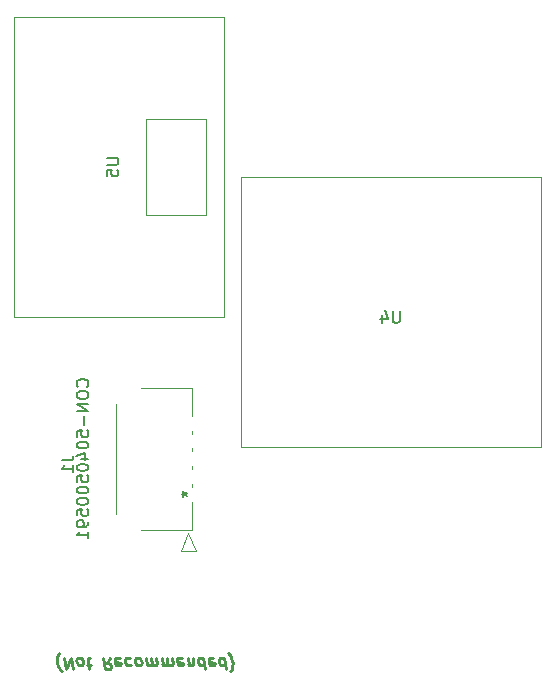
<source format=gbr>
%TF.GenerationSoftware,KiCad,Pcbnew,(5.1.10)-1*%
%TF.CreationDate,2022-06-07T20:21:30-07:00*%
%TF.ProjectId,solar-panel-side-Z,736f6c61-722d-4706-916e-656c2d736964,1.1*%
%TF.SameCoordinates,Original*%
%TF.FileFunction,Legend,Bot*%
%TF.FilePolarity,Positive*%
%FSLAX46Y46*%
G04 Gerber Fmt 4.6, Leading zero omitted, Abs format (unit mm)*
G04 Created by KiCad (PCBNEW (5.1.10)-1) date 2022-06-07 20:21:30*
%MOMM*%
%LPD*%
G01*
G04 APERTURE LIST*
%ADD10C,0.250000*%
%ADD11C,0.120000*%
%ADD12C,0.150000*%
G04 APERTURE END LIST*
D10*
X122951413Y-114416666D02*
X122909747Y-114464285D01*
X122832366Y-114607142D01*
X122796651Y-114702380D01*
X122766889Y-114845238D01*
X122749032Y-115083333D01*
X122772842Y-115273809D01*
X122850223Y-115511904D01*
X122915699Y-115654761D01*
X122975223Y-115750000D01*
X123088318Y-115892857D01*
X123141889Y-115940476D01*
X123379985Y-114797619D02*
X123504985Y-115797619D01*
X123951413Y-114797619D01*
X124076413Y-115797619D01*
X124570461Y-114797619D02*
X124481175Y-114845238D01*
X124439508Y-114892857D01*
X124403794Y-114988095D01*
X124439508Y-115273809D01*
X124499032Y-115369047D01*
X124552604Y-115416666D01*
X124653794Y-115464285D01*
X124796651Y-115464285D01*
X124885937Y-115416666D01*
X124927604Y-115369047D01*
X124963318Y-115273809D01*
X124927604Y-114988095D01*
X124868080Y-114892857D01*
X124814508Y-114845238D01*
X124713318Y-114797619D01*
X124570461Y-114797619D01*
X125272842Y-115464285D02*
X125653794Y-115464285D01*
X125457366Y-115797619D02*
X125350223Y-114940476D01*
X125385937Y-114845238D01*
X125475223Y-114797619D01*
X125570461Y-114797619D01*
X127237127Y-114797619D02*
X126963318Y-115273809D01*
X126665699Y-114797619D02*
X126790699Y-115797619D01*
X127171651Y-115797619D01*
X127260937Y-115750000D01*
X127302604Y-115702380D01*
X127338318Y-115607142D01*
X127320461Y-115464285D01*
X127260937Y-115369047D01*
X127207366Y-115321428D01*
X127106175Y-115273809D01*
X126725223Y-115273809D01*
X128052604Y-114845238D02*
X127951413Y-114797619D01*
X127760937Y-114797619D01*
X127671651Y-114845238D01*
X127635937Y-114940476D01*
X127683556Y-115321428D01*
X127743080Y-115416666D01*
X127844270Y-115464285D01*
X128034747Y-115464285D01*
X128124032Y-115416666D01*
X128159747Y-115321428D01*
X128147842Y-115226190D01*
X127659747Y-115130952D01*
X128957366Y-114845238D02*
X128856175Y-114797619D01*
X128665699Y-114797619D01*
X128576413Y-114845238D01*
X128534747Y-114892857D01*
X128499032Y-114988095D01*
X128534747Y-115273809D01*
X128594270Y-115369047D01*
X128647842Y-115416666D01*
X128749032Y-115464285D01*
X128939508Y-115464285D01*
X129028794Y-115416666D01*
X129522842Y-114797619D02*
X129433556Y-114845238D01*
X129391889Y-114892857D01*
X129356175Y-114988095D01*
X129391889Y-115273809D01*
X129451413Y-115369047D01*
X129504985Y-115416666D01*
X129606175Y-115464285D01*
X129749032Y-115464285D01*
X129838318Y-115416666D01*
X129879985Y-115369047D01*
X129915699Y-115273809D01*
X129879985Y-114988095D01*
X129820461Y-114892857D01*
X129766889Y-114845238D01*
X129665699Y-114797619D01*
X129522842Y-114797619D01*
X130284747Y-114797619D02*
X130368080Y-115464285D01*
X130356175Y-115369047D02*
X130409747Y-115416666D01*
X130510937Y-115464285D01*
X130653794Y-115464285D01*
X130743080Y-115416666D01*
X130778794Y-115321428D01*
X130713318Y-114797619D01*
X130778794Y-115321428D02*
X130838318Y-115416666D01*
X130939508Y-115464285D01*
X131082366Y-115464285D01*
X131171651Y-115416666D01*
X131207366Y-115321428D01*
X131141889Y-114797619D01*
X131618080Y-114797619D02*
X131701413Y-115464285D01*
X131689508Y-115369047D02*
X131743080Y-115416666D01*
X131844270Y-115464285D01*
X131987127Y-115464285D01*
X132076413Y-115416666D01*
X132112127Y-115321428D01*
X132046651Y-114797619D01*
X132112127Y-115321428D02*
X132171651Y-115416666D01*
X132272842Y-115464285D01*
X132415699Y-115464285D01*
X132504985Y-115416666D01*
X132540699Y-115321428D01*
X132475223Y-114797619D01*
X133338318Y-114845238D02*
X133237127Y-114797619D01*
X133046651Y-114797619D01*
X132957366Y-114845238D01*
X132921651Y-114940476D01*
X132969270Y-115321428D01*
X133028794Y-115416666D01*
X133129985Y-115464285D01*
X133320461Y-115464285D01*
X133409747Y-115416666D01*
X133445461Y-115321428D01*
X133433556Y-115226190D01*
X132945461Y-115130952D01*
X133891889Y-115464285D02*
X133808556Y-114797619D01*
X133879985Y-115369047D02*
X133933556Y-115416666D01*
X134034747Y-115464285D01*
X134177604Y-115464285D01*
X134266889Y-115416666D01*
X134302604Y-115321428D01*
X134237127Y-114797619D01*
X135141889Y-114797619D02*
X135266889Y-115797619D01*
X135147842Y-114845238D02*
X135046651Y-114797619D01*
X134856175Y-114797619D01*
X134766889Y-114845238D01*
X134725223Y-114892857D01*
X134689508Y-114988095D01*
X134725223Y-115273809D01*
X134784747Y-115369047D01*
X134838318Y-115416666D01*
X134939508Y-115464285D01*
X135129985Y-115464285D01*
X135219270Y-115416666D01*
X136004985Y-114845238D02*
X135903794Y-114797619D01*
X135713318Y-114797619D01*
X135624032Y-114845238D01*
X135588318Y-114940476D01*
X135635937Y-115321428D01*
X135695461Y-115416666D01*
X135796651Y-115464285D01*
X135987127Y-115464285D01*
X136076413Y-115416666D01*
X136112127Y-115321428D01*
X136100223Y-115226190D01*
X135612127Y-115130952D01*
X136903794Y-114797619D02*
X137028794Y-115797619D01*
X136909747Y-114845238D02*
X136808556Y-114797619D01*
X136618080Y-114797619D01*
X136528794Y-114845238D01*
X136487127Y-114892857D01*
X136451413Y-114988095D01*
X136487127Y-115273809D01*
X136546651Y-115369047D01*
X136600223Y-115416666D01*
X136701413Y-115464285D01*
X136891889Y-115464285D01*
X136981175Y-115416666D01*
X137237127Y-114416666D02*
X137290699Y-114464285D01*
X137403794Y-114607142D01*
X137463318Y-114702380D01*
X137528794Y-114845238D01*
X137606175Y-115083333D01*
X137629985Y-115273809D01*
X137612127Y-115511904D01*
X137582366Y-115654761D01*
X137546651Y-115750000D01*
X137469270Y-115892857D01*
X137427604Y-115940476D01*
D11*
%TO.C,U4*%
X151000000Y-96930000D02*
X138300000Y-96930000D01*
X138300000Y-88040000D02*
X138300000Y-96930000D01*
X151000000Y-96930000D02*
X163700000Y-96930000D01*
X163700000Y-88040000D02*
X163700000Y-96930000D01*
X138300000Y-96930000D02*
X140078000Y-96930000D01*
X138300000Y-88040000D02*
X138300000Y-85500000D01*
X163700000Y-88040000D02*
X163700000Y-85500000D01*
X138300000Y-82960000D02*
X138300000Y-85500000D01*
X151000000Y-74070000D02*
X138300000Y-74070000D01*
X151000000Y-74070000D02*
X163700000Y-74070000D01*
X163700000Y-74070000D02*
X161922000Y-74070000D01*
X163700000Y-82960000D02*
X163700000Y-85500000D01*
X163700000Y-82960000D02*
X163700000Y-74070000D01*
X138300000Y-82960000D02*
X138300000Y-74070000D01*
%TO.C,J1*%
X133858000Y-104243987D02*
X133223000Y-105767987D01*
X133223000Y-105767987D02*
X134493000Y-105767987D01*
X134493000Y-105767987D02*
X133858000Y-104243987D01*
X129888040Y-91940011D02*
X134198000Y-91940011D01*
X134198000Y-91940011D02*
X134198000Y-94344959D01*
X134198000Y-103989988D02*
X129888040Y-103989988D01*
X127758000Y-102625115D02*
X127758000Y-93304884D01*
X134198000Y-101585040D02*
X134198000Y-103989988D01*
X134198000Y-100085040D02*
X134198000Y-100344960D01*
X134198000Y-98585041D02*
X134198000Y-98844960D01*
X134198000Y-97085039D02*
X134198000Y-97344961D01*
X134198000Y-95585039D02*
X134198000Y-95844959D01*
%TO.C,U5*%
X135366000Y-69186000D02*
X134858000Y-69186000D01*
X135366000Y-77314000D02*
X135366000Y-69186000D01*
X134858000Y-77314000D02*
X135366000Y-77314000D01*
X130286000Y-77314000D02*
X131302000Y-77314000D01*
X130286000Y-69186000D02*
X130286000Y-77314000D01*
X131302000Y-69186000D02*
X130286000Y-69186000D01*
X134858000Y-77314000D02*
X131302000Y-77314000D01*
X131302000Y-69186000D02*
X134858000Y-69186000D01*
X128000000Y-85950000D02*
X136890000Y-85950000D01*
X136890000Y-73250000D02*
X136890000Y-85950000D01*
X136890000Y-73250000D02*
X136890000Y-60550000D01*
X128000000Y-60550000D02*
X136890000Y-60550000D01*
X128000000Y-85950000D02*
X119110000Y-85950000D01*
X119110000Y-73250000D02*
X119110000Y-85950000D01*
X128000000Y-60550000D02*
X119110000Y-60550000D01*
X119110000Y-73250000D02*
X119110000Y-60550000D01*
%TO.C,U4*%
D12*
X151761904Y-85452380D02*
X151761904Y-86261904D01*
X151714285Y-86357142D01*
X151666666Y-86404761D01*
X151571428Y-86452380D01*
X151380952Y-86452380D01*
X151285714Y-86404761D01*
X151238095Y-86357142D01*
X151190476Y-86261904D01*
X151190476Y-85452380D01*
X150285714Y-85785714D02*
X150285714Y-86452380D01*
X150523809Y-85404761D02*
X150761904Y-86119047D01*
X150142857Y-86119047D01*
%TO.C,J1*%
X123150380Y-98091666D02*
X123864666Y-98091666D01*
X124007523Y-98044047D01*
X124102761Y-97948809D01*
X124150380Y-97805952D01*
X124150380Y-97710714D01*
X124150380Y-99091666D02*
X124150380Y-98520238D01*
X124150380Y-98805952D02*
X123150380Y-98805952D01*
X123293238Y-98710714D01*
X123388476Y-98615476D01*
X123436095Y-98520238D01*
X125325142Y-91845950D02*
X125372761Y-91798331D01*
X125420380Y-91655474D01*
X125420380Y-91560236D01*
X125372761Y-91417378D01*
X125277523Y-91322140D01*
X125182285Y-91274521D01*
X124991809Y-91226902D01*
X124848952Y-91226902D01*
X124658476Y-91274521D01*
X124563238Y-91322140D01*
X124468000Y-91417378D01*
X124420380Y-91560236D01*
X124420380Y-91655474D01*
X124468000Y-91798331D01*
X124515619Y-91845950D01*
X124420380Y-92464998D02*
X124420380Y-92655474D01*
X124468000Y-92750712D01*
X124563238Y-92845950D01*
X124753714Y-92893569D01*
X125087047Y-92893569D01*
X125277523Y-92845950D01*
X125372761Y-92750712D01*
X125420380Y-92655474D01*
X125420380Y-92464998D01*
X125372761Y-92369759D01*
X125277523Y-92274521D01*
X125087047Y-92226902D01*
X124753714Y-92226902D01*
X124563238Y-92274521D01*
X124468000Y-92369759D01*
X124420380Y-92464998D01*
X125420380Y-93322140D02*
X124420380Y-93322140D01*
X125420380Y-93893569D01*
X124420380Y-93893569D01*
X125039428Y-94369759D02*
X125039428Y-95131664D01*
X124420380Y-96084045D02*
X124420380Y-95607855D01*
X124896571Y-95560236D01*
X124848952Y-95607855D01*
X124801333Y-95703093D01*
X124801333Y-95941188D01*
X124848952Y-96036426D01*
X124896571Y-96084045D01*
X124991809Y-96131664D01*
X125229904Y-96131664D01*
X125325142Y-96084045D01*
X125372761Y-96036426D01*
X125420380Y-95941188D01*
X125420380Y-95703093D01*
X125372761Y-95607855D01*
X125325142Y-95560236D01*
X124420380Y-96750712D02*
X124420380Y-96845950D01*
X124468000Y-96941188D01*
X124515619Y-96988807D01*
X124610857Y-97036426D01*
X124801333Y-97084045D01*
X125039428Y-97084045D01*
X125229904Y-97036426D01*
X125325142Y-96988807D01*
X125372761Y-96941188D01*
X125420380Y-96845950D01*
X125420380Y-96750712D01*
X125372761Y-96655474D01*
X125325142Y-96607855D01*
X125229904Y-96560236D01*
X125039428Y-96512617D01*
X124801333Y-96512617D01*
X124610857Y-96560236D01*
X124515619Y-96607855D01*
X124468000Y-96655474D01*
X124420380Y-96750712D01*
X124753714Y-97941188D02*
X125420380Y-97941188D01*
X124372761Y-97703093D02*
X125087047Y-97464998D01*
X125087047Y-98084045D01*
X124420380Y-98655474D02*
X124420380Y-98750712D01*
X124468000Y-98845950D01*
X124515619Y-98893569D01*
X124610857Y-98941188D01*
X124801333Y-98988807D01*
X125039428Y-98988807D01*
X125229904Y-98941188D01*
X125325142Y-98893569D01*
X125372761Y-98845950D01*
X125420380Y-98750712D01*
X125420380Y-98655474D01*
X125372761Y-98560236D01*
X125325142Y-98512617D01*
X125229904Y-98464998D01*
X125039428Y-98417378D01*
X124801333Y-98417378D01*
X124610857Y-98464998D01*
X124515619Y-98512617D01*
X124468000Y-98560236D01*
X124420380Y-98655474D01*
X124420380Y-99893569D02*
X124420380Y-99417378D01*
X124896571Y-99369759D01*
X124848952Y-99417378D01*
X124801333Y-99512617D01*
X124801333Y-99750712D01*
X124848952Y-99845950D01*
X124896571Y-99893569D01*
X124991809Y-99941188D01*
X125229904Y-99941188D01*
X125325142Y-99893569D01*
X125372761Y-99845950D01*
X125420380Y-99750712D01*
X125420380Y-99512617D01*
X125372761Y-99417378D01*
X125325142Y-99369759D01*
X124420380Y-100560236D02*
X124420380Y-100655474D01*
X124468000Y-100750712D01*
X124515619Y-100798331D01*
X124610857Y-100845950D01*
X124801333Y-100893569D01*
X125039428Y-100893569D01*
X125229904Y-100845950D01*
X125325142Y-100798331D01*
X125372761Y-100750712D01*
X125420380Y-100655474D01*
X125420380Y-100560236D01*
X125372761Y-100464998D01*
X125325142Y-100417378D01*
X125229904Y-100369759D01*
X125039428Y-100322140D01*
X124801333Y-100322140D01*
X124610857Y-100369759D01*
X124515619Y-100417378D01*
X124468000Y-100464998D01*
X124420380Y-100560236D01*
X124420380Y-101512617D02*
X124420380Y-101607855D01*
X124468000Y-101703093D01*
X124515619Y-101750712D01*
X124610857Y-101798331D01*
X124801333Y-101845950D01*
X125039428Y-101845950D01*
X125229904Y-101798331D01*
X125325142Y-101750712D01*
X125372761Y-101703093D01*
X125420380Y-101607855D01*
X125420380Y-101512617D01*
X125372761Y-101417378D01*
X125325142Y-101369759D01*
X125229904Y-101322140D01*
X125039428Y-101274521D01*
X124801333Y-101274521D01*
X124610857Y-101322140D01*
X124515619Y-101369759D01*
X124468000Y-101417378D01*
X124420380Y-101512617D01*
X124420380Y-102750712D02*
X124420380Y-102274521D01*
X124896571Y-102226902D01*
X124848952Y-102274521D01*
X124801333Y-102369759D01*
X124801333Y-102607855D01*
X124848952Y-102703093D01*
X124896571Y-102750712D01*
X124991809Y-102798331D01*
X125229904Y-102798331D01*
X125325142Y-102750712D01*
X125372761Y-102703093D01*
X125420380Y-102607855D01*
X125420380Y-102369759D01*
X125372761Y-102274521D01*
X125325142Y-102226902D01*
X125420380Y-103274521D02*
X125420380Y-103464998D01*
X125372761Y-103560236D01*
X125325142Y-103607855D01*
X125182285Y-103703093D01*
X124991809Y-103750712D01*
X124610857Y-103750712D01*
X124515619Y-103703093D01*
X124468000Y-103655474D01*
X124420380Y-103560236D01*
X124420380Y-103369759D01*
X124468000Y-103274521D01*
X124515619Y-103226902D01*
X124610857Y-103179283D01*
X124848952Y-103179283D01*
X124944190Y-103226902D01*
X124991809Y-103274521D01*
X125039428Y-103369759D01*
X125039428Y-103560236D01*
X124991809Y-103655474D01*
X124944190Y-103703093D01*
X124848952Y-103750712D01*
X125420380Y-104703093D02*
X125420380Y-104131664D01*
X125420380Y-104417378D02*
X124420380Y-104417378D01*
X124563238Y-104322140D01*
X124658476Y-104226902D01*
X124706095Y-104131664D01*
X133310380Y-100965000D02*
X133548476Y-100965000D01*
X133453238Y-100726904D02*
X133548476Y-100965000D01*
X133453238Y-101203095D01*
X133738952Y-100822142D02*
X133548476Y-100965000D01*
X133738952Y-101107857D01*
%TO.C,U5*%
X126952380Y-72488095D02*
X127761904Y-72488095D01*
X127857142Y-72535714D01*
X127904761Y-72583333D01*
X127952380Y-72678571D01*
X127952380Y-72869047D01*
X127904761Y-72964285D01*
X127857142Y-73011904D01*
X127761904Y-73059523D01*
X126952380Y-73059523D01*
X126952380Y-74011904D02*
X126952380Y-73535714D01*
X127428571Y-73488095D01*
X127380952Y-73535714D01*
X127333333Y-73630952D01*
X127333333Y-73869047D01*
X127380952Y-73964285D01*
X127428571Y-74011904D01*
X127523809Y-74059523D01*
X127761904Y-74059523D01*
X127857142Y-74011904D01*
X127904761Y-73964285D01*
X127952380Y-73869047D01*
X127952380Y-73630952D01*
X127904761Y-73535714D01*
X127857142Y-73488095D01*
%TD*%
M02*

</source>
